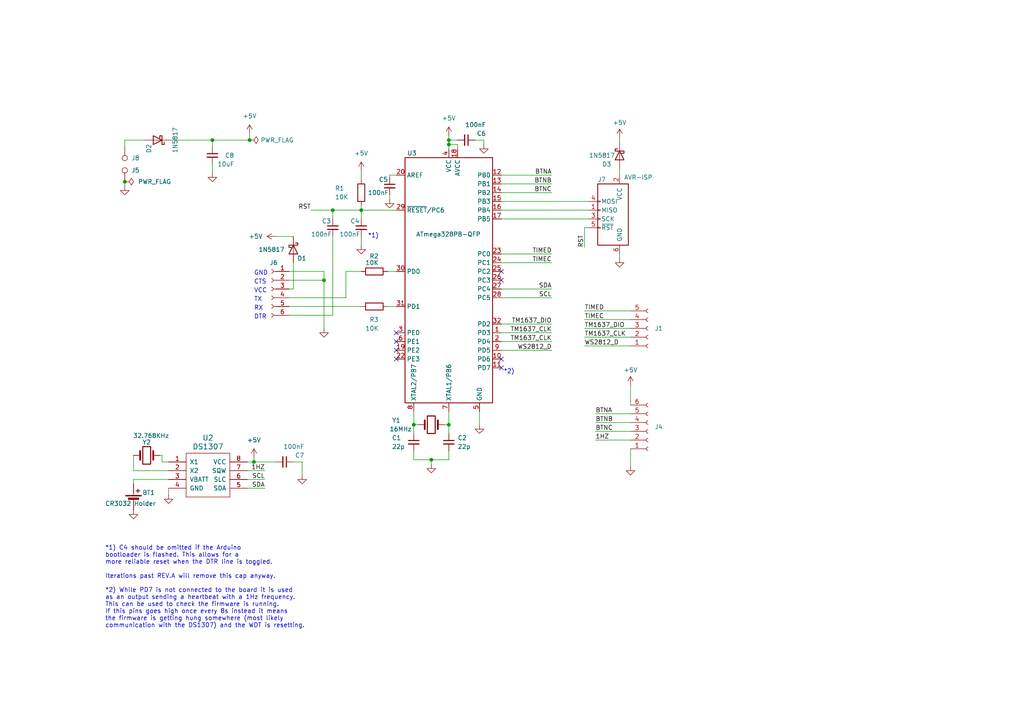
<source format=kicad_sch>
(kicad_sch (version 20230121) (generator eeschema)
  (paper "A4")
  (lib_symbols
    (symbol "ClockIt:1N5817" (pin_numbers hide) (pin_names (offset 1.016) hide)
      (property "Reference" "D" (at 0 2.54 0))
      (property "Value" "1N5817" (at 0 -2.54 0))
      (symbol "1N5817_0_1"
        (polyline (pts (xy 1.27 0) (xy -1.27 0)))
        (polyline (pts (xy 1.27 1.27) (xy 1.27 -1.27) (xy -1.27 0) (xy 1.27 1.27)) (stroke (width 0.254)))
        (polyline (pts (xy -1.905 0.635) (xy -1.905 1.27) (xy -1.27 1.27) (xy -1.27 -1.27) (xy -0.635 -1.27) (xy -0.635 -0.635)) (stroke (width 0.254)))
      )
      (symbol "1N5817_1_1"
        (pin passive line (at -3.81 0 0) (length 2.54) (name "K") (number "1"))
        (pin passive line (at 3.81 0 180) (length 2.54) (name "A") (number "2"))
      )
    )
    (symbol "ClockIt:ATmega328PB-QFP"
      (property "Reference" "U3" (at 2.1941 -38.1 0))
      (property "Value" "ATmega328PB-QFP" (at 2.1941 -40.64 0))
      (symbol "ATmega328PB-QFP_1_1"
        (rectangle (start -12.7 35.56) (end 12.7 -35.56) (stroke (width 0.254)))
        (pin bidirectional line (at 15.24 -15.24 180) (length 2.54) (name "PD3") (number "1"))
        (pin bidirectional line (at 15.24 -22.86 180) (length 2.54) (name "PD6") (number "10"))
        (pin bidirectional line (at 15.24 -25.4 180) (length 2.54) (name "PD7") (number "11"))
        (pin bidirectional line (at 15.24 30.48 180) (length 2.54) (name "PB0") (number "12"))
        (pin bidirectional line (at 15.24 27.94 180) (length 2.54) (name "PB1") (number "13"))
        (pin bidirectional line (at 15.24 25.4 180) (length 2.54) (name "PB2") (number "14"))
        (pin bidirectional line (at 15.24 22.86 180) (length 2.54) (name "PB3") (number "15"))
        (pin bidirectional line (at 15.24 20.32 180) (length 2.54) (name "PB4") (number "16"))
        (pin bidirectional line (at 15.24 17.78 180) (length 2.54) (name "PB5") (number "17"))
        (pin power_in line (at 2.54 38.1 270) (length 2.54) (name "AVCC") (number "18"))
        (pin bidirectional line (at -15.24 -20.32 0) (length 2.54) (name "PE2") (number "19"))
        (pin bidirectional line (at 15.24 -17.78 180) (length 2.54) (name "PD4") (number "2"))
        (pin passive line (at -15.24 30.48 0) (length 2.54) (name "AREF") (number "20"))
        (pin passive line (at 8.89 -38.1 90) (length 2.54) hide (name "GND") (number "21"))
        (pin bidirectional line (at -15.24 -22.86 0) (length 2.54) (name "PE3") (number "22"))
        (pin bidirectional line (at 15.24 7.62 180) (length 2.54) (name "PC0") (number "23"))
        (pin bidirectional line (at 15.24 5.08 180) (length 2.54) (name "PC1") (number "24"))
        (pin bidirectional line (at 15.24 2.54 180) (length 2.54) (name "PC2") (number "25"))
        (pin bidirectional line (at 15.24 0 180) (length 2.54) (name "PC3") (number "26"))
        (pin bidirectional line (at 15.24 -2.54 180) (length 2.54) (name "PC4") (number "27"))
        (pin bidirectional line (at 15.24 -5.08 180) (length 2.54) (name "PC5") (number "28"))
        (pin bidirectional line (at -15.24 20.32 0) (length 2.54) (name "~{RESET}/PC6") (number "29"))
        (pin bidirectional line (at -15.24 -15.24 0) (length 2.54) (name "PE0") (number "3"))
        (pin bidirectional line (at -15.24 2.54 0) (length 2.54) (name "PD0") (number "30"))
        (pin bidirectional line (at -15.24 -7.62 0) (length 2.54) (name "PD1") (number "31"))
        (pin bidirectional line (at 15.24 -12.7 180) (length 2.54) (name "PD2") (number "32"))
        (pin power_in line (at 0 38.1 270) (length 2.54) (name "VCC") (number "4"))
        (pin power_in line (at 8.89 -38.1 90) (length 2.54) (name "GND") (number "5"))
        (pin bidirectional line (at -15.24 -17.78 0) (length 2.54) (name "PE1") (number "6"))
        (pin bidirectional line (at 0 -38.1 90) (length 2.54) (name "XTAL1/PB6") (number "7"))
        (pin bidirectional line (at -10.16 -38.1 90) (length 2.54) (name "XTAL2/PB7") (number "8"))
        (pin bidirectional line (at 15.24 -20.32 180) (length 2.54) (name "PD5") (number "9"))
      )
    )
    (symbol "ClockIt:AVR-ISP-6" (pin_names (offset 1.016))
      (property "Reference" "J2" (at 7.62 11.43 0))
      (symbol "AVR-ISP-6_0_1"
        (rectangle (start 7.62 -2.413) (end 6.858 -2.667))
        (rectangle (start 7.62 0.127) (end 6.858 -0.127))
        (rectangle (start 7.62 2.667) (end 6.858 2.413))
        (rectangle (start 7.62 5.207) (end 6.858 4.953))
      )
      (symbol "AVR-ISP-6_1_1"
        (rectangle (start -1.27 10.16) (end 7.62 -7.62) (stroke (width 0.254)))
        (pin passive line (at 10.16 2.54 180) (length 2.54) (name "MISO") (number "1"))
        (pin passive line (at 1.27 12.7 270) (length 2.54) (name "VCC") (number "2"))
        (pin passive line (at 10.16 0 180) (length 2.54) (name "SCK") (number "3"))
        (pin passive line (at 10.16 5.08 180) (length 2.54) (name "MOSI") (number "4"))
        (pin passive line (at 10.16 -2.54 180) (length 2.54) (name "~{RST}") (number "5"))
        (pin passive line (at 1.27 -10.16 90) (length 2.54) (name "GND") (number "6"))
      )
    )
    (symbol "ClockIt:Battery_Cell" (pin_numbers hide) (pin_names (offset 0) hide)
      (property "Reference" "BT" (at 2.54 2.54 0))
      (property "Value" "Battery_Cell" (at 2.54 0 0))
      (symbol "Battery_Cell_0_1"
        (rectangle (start -2.286 1.778) (end 2.286 1.524) (fill (type outline)))
        (rectangle (start -1.524 1.016) (end 1.524 0.508) (fill (type outline)))
        (polyline (pts (xy 0 0.762) (xy 0 0)))
        (polyline (pts (xy 0 1.778) (xy 0 2.54)))
        (polyline (pts (xy 0.762 3.048) (xy 1.778 3.048)) (stroke (width 0.254)))
        (polyline (pts (xy 1.27 3.556) (xy 1.27 2.54)) (stroke (width 0.254)))
      )
      (symbol "Battery_Cell_1_1"
        (pin passive line (at 0 5.08 270) (length 2.54) (name "+") (number "1"))
        (pin passive line (at 0 -2.54 90) (length 2.54) (name "-") (number "2"))
      )
    )
    (symbol "ClockIt:C_Small" (pin_numbers hide) (pin_names (offset 0.254) hide)
      (property "Reference" "C" (at 0.254 1.778 0))
      (property "Value" "C_Small" (at 0.254 -2.032 0))
      (symbol "C_Small_0_1"
        (polyline (pts (xy -1.524 -0.508) (xy 1.524 -0.508)) (stroke (width 0.3302)))
        (polyline (pts (xy -1.524 0.508) (xy 1.524 0.508)) (stroke (width 0.3048)))
      )
      (symbol "C_Small_1_1"
        (pin passive line (at 0 2.54 270) (length 2.032) (name "~") (number "1"))
        (pin passive line (at 0 -2.54 90) (length 2.032) (name "~") (number "2"))
      )
    )
    (symbol "ClockIt:Conn_01x05_Socket_1" (pin_names (offset 1.016) hide)
      (property "Reference" "J1" (at -0.635 -10.16 0))
      (symbol "Conn_01x05_Socket_1_1_1"
        (arc (start 0 -7.112) (mid -0.5058 -7.62) (end 0 -8.128) (stroke (width 0.1524)))
        (arc (start 0 -4.572) (mid -0.5058 -5.08) (end 0 -5.588) (stroke (width 0.1524)))
        (arc (start 0 -2.032) (mid -0.5058 -2.54) (end 0 -3.048) (stroke (width 0.1524)))
        (polyline (pts (xy -1.27 -7.62) (xy -0.508 -7.62)) (stroke (width 0.1524)))
        (polyline (pts (xy -1.27 -5.08) (xy -0.508 -5.08)) (stroke (width 0.1524)))
        (polyline (pts (xy -1.27 -2.54) (xy -0.508 -2.54)) (stroke (width 0.1524)))
        (polyline (pts (xy -1.27 0) (xy -0.508 0)) (stroke (width 0.1524)))
        (polyline (pts (xy -1.27 2.54) (xy -0.508 2.54)) (stroke (width 0.1524)))
        (arc (start 0 0.508) (mid -0.5058 0) (end 0 -0.508) (stroke (width 0.1524)))
        (arc (start 0 3.048) (mid -0.5058 2.54) (end 0 2.032) (stroke (width 0.1524)))
        (pin passive line (at -5.08 -7.62 0) (length 3.81) (name "Pin_1") (number "1"))
        (pin passive line (at -5.08 -5.08 0) (length 3.81) (name "Pin_2") (number "2"))
        (pin passive line (at -5.08 -2.54 0) (length 3.81) (name "Pin_3") (number "3"))
        (pin passive line (at -5.08 0 0) (length 3.81) (name "Pin_4") (number "4"))
        (pin passive line (at -5.08 2.54 0) (length 3.81) (name "Pin_5") (number "5"))
      )
    )
    (symbol "ClockIt:Conn_01x06_Socket" (pin_names (offset 1.016) hide)
      (property "Reference" "J1" (at -0.635 -10.16 0))
      (symbol "Conn_01x06_Socket_1_1"
        (arc (start 0 -7.112) (mid -0.5058 -7.62) (end 0 -8.128) (stroke (width 0.1524)))
        (arc (start 0 -4.572) (mid -0.5058 -5.08) (end 0 -5.588) (stroke (width 0.1524)))
        (arc (start 0 -2.032) (mid -0.5058 -2.54) (end 0 -3.048) (stroke (width 0.1524)))
        (polyline (pts (xy -1.27 -7.62) (xy -0.508 -7.62)) (stroke (width 0.1524)))
        (polyline (pts (xy -1.27 -5.08) (xy -0.508 -5.08)) (stroke (width 0.1524)))
        (polyline (pts (xy -1.27 -2.54) (xy -0.508 -2.54)) (stroke (width 0.1524)))
        (polyline (pts (xy -1.27 0) (xy -0.508 0)) (stroke (width 0.1524)))
        (polyline (pts (xy -1.27 2.54) (xy -0.508 2.54)) (stroke (width 0.1524)))
        (polyline (pts (xy -1.27 5.08) (xy -0.508 5.08)) (stroke (width 0.1524)))
        (arc (start 0 0.508) (mid -0.5058 0) (end 0 -0.508) (stroke (width 0.1524)))
        (arc (start 0 3.048) (mid -0.5058 2.54) (end 0 2.032) (stroke (width 0.1524)))
        (arc (start 0 5.588) (mid -0.5058 5.08) (end 0 4.572) (stroke (width 0.1524)))
        (pin passive line (at -5.08 -7.62 0) (length 3.81) (name "Pin_1") (number "1"))
        (pin passive line (at -5.08 -5.08 0) (length 3.81) (name "Pin_2") (number "2"))
        (pin passive line (at -5.08 -2.54 0) (length 3.81) (name "Pin_3") (number "3"))
        (pin passive line (at -5.08 0 0) (length 3.81) (name "Pin_4") (number "4"))
        (pin passive line (at -5.08 2.54 0) (length 3.81) (name "Pin_5") (number "5"))
        (pin passive line (at -5.08 5.08 0) (length 3.81) (name "Pin_6") (number "6"))
      )
    )
    (symbol "ClockIt:Crystal" (pin_numbers hide) (pin_names (offset 1.016) hide)
      (property "Reference" "Y" (at 0 3.81 0))
      (property "Value" "Crystal" (at 0 -3.81 0))
      (symbol "Crystal_0_1"
        (rectangle (start -1.143 2.54) (end 1.143 -2.54) (stroke (width 0.3048)))
        (polyline (pts (xy -2.54 0) (xy -1.905 0)))
        (polyline (pts (xy -1.905 -1.27) (xy -1.905 1.27)) (stroke (width 0.508)))
        (polyline (pts (xy 1.905 -1.27) (xy 1.905 1.27)) (stroke (width 0.508)))
        (polyline (pts (xy 2.54 0) (xy 1.905 0)))
      )
      (symbol "Crystal_1_1"
        (pin passive line (at -3.81 0 0) (length 1.27) (name "1") (number "1"))
        (pin passive line (at 3.81 0 180) (length 1.27) (name "2") (number "2"))
      )
    )
    (symbol "ClockIt:DS1307" (pin_names (offset 1.016))
      (property "Reference" "U1" (at 0 10.795 0))
      (property "Value" "DS1307" (at 0 8.255 0))
      (symbol "DS1307_0_1"
        (polyline (pts (xy -6.35 6.35) (xy -6.35 -6.35) (xy 6.35 -6.35) (xy 6.35 6.35) (xy -6.35 6.35)))
      )
      (symbol "DS1307_1_1"
        (pin input line (at -11.43 3.81 0) (length 5.08) (name "X1") (number "1"))
        (pin input line (at -11.43 1.27 0) (length 5.08) (name "X2") (number "2"))
        (pin input line (at -11.43 -1.27 0) (length 5.08) (name "VBATT") (number "3"))
        (pin input line (at -11.43 -3.81 0) (length 5.08) (name "GND") (number "4"))
        (pin input line (at 11.43 -3.81 180) (length 5.08) (name "SDA") (number "5"))
        (pin input line (at 11.43 -1.27 180) (length 5.08) (name "SLC") (number "6"))
        (pin input line (at 11.43 1.27 180) (length 5.08) (name "SQW") (number "7"))
        (pin input line (at 11.43 3.81 180) (length 5.08) (name "VCC") (number "8"))
      )
    )
    (symbol "ClockIt:PowerPad" (pin_numbers hide) (pin_names (offset 0.762) hide)
      (property "Reference" "J" (at 0 6.858 0))
      (property "Value" "PowerPad" (at 0 5.08 0))
      (symbol "PowerPad_0_1"
        (circle (center 0 3.302) (radius 0.762))
      )
      (symbol "PowerPad_1_1"
        (pin passive line (at 0 0 90) (length 2.54) (name "1") (number "1"))
      )
    )
    (symbol "Device:R" (pin_numbers hide) (pin_names (offset 0))
      (property "Reference" "R" (at 2.032 0 90))
      (property "Value" "R" (at 0 0 90))
      (symbol "R_0_1"
        (rectangle (start -1.016 -2.54) (end 1.016 2.54) (stroke (width 0.254)))
      )
      (symbol "R_1_1"
        (pin passive line (at 0 3.81 270) (length 1.27) (name "~") (number "1"))
        (pin passive line (at 0 -3.81 90) (length 1.27) (name "~") (number "2"))
      )
    )
    (symbol "power:+5V" (power) (pin_names (offset 0))
      (property "Value" "+5V" (at 0 3.556 0))
      (symbol "+5V_0_1"
        (polyline (pts (xy -0.762 1.27) (xy 0 2.54)))
        (polyline (pts (xy 0 0) (xy 0 2.54)))
        (polyline (pts (xy 0 2.54) (xy 0.762 1.27)))
      )
      (symbol "+5V_1_1"
        (pin power_in line (at 0 0 90) (length 0) hide (name "+5V") (number "1"))
      )
    )
    (symbol "power:GND" (power) (pin_names (offset 0))
      (property "Value" "GND" (at 0 -3.81 0))
      (symbol "GND_0_1"
        (polyline (pts (xy 0 0) (xy 0 -1.27) (xy 1.27 -1.27) (xy 0 -2.54) (xy -1.27 -1.27) (xy 0 -1.27)))
      )
      (symbol "GND_1_1"
        (pin power_in line (at 0 0 270) (length 0) hide (name "GND") (number "1"))
      )
    )
    (symbol "power:PWR_FLAG" (power) (pin_numbers hide) (pin_names (offset 0) hide)
      (property "Value" "PWR_FLAG" (at 0 3.81 0))
      (symbol "PWR_FLAG_0_0"
        (pin power_out line (at 0 0 90) (length 0) (name "pwr") (number "1"))
      )
      (symbol "PWR_FLAG_0_1"
        (polyline (pts (xy 0 0) (xy 0 1.27) (xy -1.016 1.905) (xy 0 2.54) (xy 1.016 1.905) (xy 0 1.27)))
      )
    )
  )
  (junction (at 96.52 60.96))
  (junction (at 120.015 123.19))
  (junction (at 130.175 40.64))
  (junction (at 61.595 40.64))
  (junction (at 130.175 123.19))
  (junction (at 73.66 133.985))
  (junction (at 36.195 52.705))
  (junction (at 93.98 81.28))
  (junction (at 125.095 133.35))
  (junction (at 72.39 40.64))
  (junction (at 104.775 60.96))
  (junction (at 130.175 41.91))
  (no_connect (at 114.935 104.14))
  (no_connect (at 114.935 96.52))
  (no_connect (at 114.935 99.06))
  (no_connect (at 114.935 101.6))
  (no_connect (at 145.415 106.68))
  (no_connect (at 145.415 78.74))
  (no_connect (at 145.415 104.14))
  (no_connect (at 145.415 81.28))
  (wire (pts (xy 36.195 42.545) (xy 36.195 40.64)))
  (wire (pts (xy 49.53 40.64) (xy 61.595 40.64)))
  (wire (pts (xy 83.82 81.28) (xy 93.98 81.28)))
  (wire (pts (xy 130.175 40.64) (xy 132.715 40.64)))
  (wire (pts (xy 83.82 88.9) (xy 104.775 88.9)))
  (wire (pts (xy 132.715 41.91) (xy 130.175 41.91)))
  (wire (pts (xy 120.015 123.19) (xy 121.285 123.19)))
  (wire (pts (xy 61.595 40.64) (xy 61.595 42.545)))
  (wire (pts (xy 114.935 50.8) (xy 113.03 50.8)))
  (wire (pts (xy 130.175 123.19) (xy 130.175 125.73)))
  (wire (pts (xy 160.02 76.2) (xy 145.415 76.2)))
  (wire (pts (xy 130.175 39.37) (xy 130.175 40.64)))
  (wire (pts (xy 90.17 60.96) (xy 96.52 60.96)))
  (wire (pts (xy 145.415 101.6) (xy 160.02 101.6)))
  (wire (pts (xy 100.33 78.74) (xy 104.775 78.74)))
  (wire (pts (xy 182.88 111.76) (xy 182.88 117.475)))
  (wire (pts (xy 120.015 133.35) (xy 125.095 133.35)))
  (wire (pts (xy 145.415 58.42) (xy 170.815 58.42)))
  (wire (pts (xy 61.595 47.625) (xy 61.595 50.165)))
  (wire (pts (xy 83.82 78.74) (xy 93.98 78.74)))
  (wire (pts (xy 160.02 73.66) (xy 145.415 73.66)))
  (wire (pts (xy 85.09 83.82) (xy 83.82 83.82)))
  (wire (pts (xy 130.175 41.91) (xy 130.175 43.18)))
  (wire (pts (xy 120.015 119.38) (xy 120.015 123.19)))
  (wire (pts (xy 140.335 40.64) (xy 140.335 41.91)))
  (wire (pts (xy 139.065 119.38) (xy 139.065 123.19)))
  (wire (pts (xy 48.895 139.065) (xy 38.735 139.065)))
  (wire (pts (xy 46.355 132.08) (xy 46.99 132.08)))
  (wire (pts (xy 145.415 83.82) (xy 160.02 83.82)))
  (wire (pts (xy 85.09 133.985) (xy 87.63 133.985)))
  (wire (pts (xy 145.415 53.34) (xy 160.02 53.34)))
  (wire (pts (xy 61.595 40.64) (xy 72.39 40.64)))
  (wire (pts (xy 38.735 139.065) (xy 38.735 140.335)))
  (wire (pts (xy 128.905 123.19) (xy 130.175 123.19)))
  (wire (pts (xy 125.095 133.35) (xy 125.095 134.62)))
  (wire (pts (xy 182.88 97.79) (xy 169.545 97.79)))
  (wire (pts (xy 73.66 133.985) (xy 80.01 133.985)))
  (wire (pts (xy 36.195 52.705) (xy 36.195 53.975)))
  (wire (pts (xy 145.415 55.88) (xy 160.02 55.88)))
  (wire (pts (xy 112.395 78.74) (xy 114.935 78.74)))
  (wire (pts (xy 85.09 83.82) (xy 85.09 76.2)))
  (wire (pts (xy 104.775 49.53) (xy 104.775 52.07)))
  (wire (pts (xy 112.395 88.9) (xy 114.935 88.9)))
  (wire (pts (xy 71.755 133.985) (xy 73.66 133.985)))
  (wire (pts (xy 169.545 71.755) (xy 169.545 66.04)))
  (wire (pts (xy 48.895 141.605) (xy 48.895 143.51)))
  (wire (pts (xy 145.415 86.36) (xy 160.02 86.36)))
  (wire (pts (xy 96.52 63.5) (xy 96.52 60.96)))
  (wire (pts (xy 132.715 43.18) (xy 132.715 41.91)))
  (wire (pts (xy 182.88 127.635) (xy 172.72 127.635)))
  (wire (pts (xy 93.98 81.28) (xy 93.98 95.25)))
  (wire (pts (xy 130.175 40.64) (xy 130.175 41.91)))
  (wire (pts (xy 145.415 96.52) (xy 160.02 96.52)))
  (wire (pts (xy 182.88 120.015) (xy 172.72 120.015)))
  (wire (pts (xy 83.82 91.44) (xy 96.52 91.44)))
  (wire (pts (xy 182.88 100.33) (xy 169.545 100.33)))
  (wire (pts (xy 83.82 86.36) (xy 100.33 86.36)))
  (wire (pts (xy 93.98 78.74) (xy 93.98 81.28)))
  (wire (pts (xy 87.63 133.985) (xy 87.63 137.795)))
  (wire (pts (xy 96.52 68.58) (xy 96.52 91.44)))
  (wire (pts (xy 80.01 68.58) (xy 85.09 68.58)))
  (wire (pts (xy 145.415 60.96) (xy 170.815 60.96)))
  (wire (pts (xy 104.775 60.96) (xy 114.935 60.96)))
  (wire (pts (xy 120.015 123.19) (xy 120.015 125.73)))
  (wire (pts (xy 120.015 133.35) (xy 120.015 130.81)))
  (wire (pts (xy 72.39 38.735) (xy 72.39 40.64)))
  (wire (pts (xy 137.795 40.64) (xy 140.335 40.64)))
  (wire (pts (xy 46.99 133.985) (xy 48.895 133.985)))
  (wire (pts (xy 145.415 63.5) (xy 170.815 63.5)))
  (wire (pts (xy 96.52 60.96) (xy 104.775 60.96)))
  (wire (pts (xy 169.545 66.04) (xy 170.815 66.04)))
  (wire (pts (xy 169.545 90.17) (xy 182.88 90.17)))
  (wire (pts (xy 76.835 139.065) (xy 71.755 139.065)))
  (wire (pts (xy 182.88 95.25) (xy 169.545 95.25)))
  (wire (pts (xy 145.415 50.8) (xy 160.02 50.8)))
  (wire (pts (xy 179.705 48.895) (xy 179.705 50.8)))
  (wire (pts (xy 36.195 40.64) (xy 41.91 40.64)))
  (wire (pts (xy 182.88 130.175) (xy 182.88 135.255)))
  (wire (pts (xy 73.66 133.985) (xy 73.66 132.715)))
  (wire (pts (xy 182.88 125.095) (xy 172.72 125.095)))
  (wire (pts (xy 100.33 86.36) (xy 100.33 78.74)))
  (wire (pts (xy 145.415 93.98) (xy 160.02 93.98)))
  (wire (pts (xy 104.775 59.69) (xy 104.775 60.96)))
  (wire (pts (xy 182.88 122.555) (xy 172.72 122.555)))
  (wire (pts (xy 76.835 136.525) (xy 71.755 136.525)))
  (wire (pts (xy 169.545 92.71) (xy 182.88 92.71)))
  (wire (pts (xy 46.99 132.08) (xy 46.99 133.985)))
  (wire (pts (xy 179.705 40.005) (xy 179.705 41.275)))
  (wire (pts (xy 113.03 50.8) (xy 113.03 51.435)))
  (wire (pts (xy 145.415 99.06) (xy 160.02 99.06)))
  (wire (pts (xy 38.735 136.525) (xy 38.735 132.08)))
  (wire (pts (xy 104.775 68.58) (xy 104.775 71.12)))
  (wire (pts (xy 125.095 133.35) (xy 130.175 133.35)))
  (wire (pts (xy 130.175 119.38) (xy 130.175 123.19)))
  (wire (pts (xy 113.03 56.515) (xy 113.03 57.785)))
  (wire (pts (xy 104.775 63.5) (xy 104.775 60.96)))
  (wire (pts (xy 130.175 133.35) (xy 130.175 130.81)))
  (wire (pts (xy 76.835 141.605) (xy 71.755 141.605)))
  (wire (pts (xy 48.895 136.525) (xy 38.735 136.525)))
  (wire (pts (xy 179.705 73.66) (xy 179.705 74.93)))
  (text "*1) C4 should be omitted if the Arduino \nbootloader is flashed. This allows for a\nmore reliable reset when the DTR line is toggled.\n\nIterations past REV.A will remove this cap anyway.\n\n*2) While PD7 is not connected to the board it is used\nas an output sending a heartbeat with a 1Hz frequency.\nThis can be used to check the firmware is running.\nIf this pins goes high once every 8s instead it means\nthe firmware is getting hung somewhere (most likely \ncommunication with the DS1307) and the WDT is resetting." (at 30.48 182.245 0) (effects (font (size 1.27 1.27)) (justify left bottom)))
  (text "*1)" (at 106.68 69.215 0) (effects (font (size 1.27 1.27)) (justify left bottom)))
  (text "RX" (at 73.66 90.17 0) (effects (font (size 1.27 1.27)) (justify left bottom)))
  (text "DTR" (at 73.66 92.71 0) (effects (font (size 1.27 1.27)) (justify left bottom)))
  (text "GND" (at 73.66 80.01 0) (effects (font (size 1.27 1.27)) (justify left bottom)))
  (text "VCC" (at 73.66 85.09 0) (effects (font (size 1.27 1.27)) (justify left bottom)))
  (text "*2)" (at 146.05 108.585 0) (effects (font (size 1.27 1.27)) (justify left bottom)))
  (text "TX" (at 73.66 87.63 0) (effects (font (size 1.27 1.27)) (justify left bottom)))
  (text "CTS" (at 73.66 82.55 0) (effects (font (size 1.27 1.27)) (justify left bottom)))
  (label "TM1637_CLK" (at 160.02 96.52 180))
  (label "TIMED" (at 160.02 73.66 180))
  (label "TIMED" (at 169.545 90.17 0))
  (label "RST" (at 90.17 60.96 180))
  (label "TM1637_DIO" (at 169.545 95.25 0))
  (label "TM1637_CLK" (at 160.02 99.06 180))
  (label "RST" (at 169.545 71.755 90))
  (label "TM1637_CLK" (at 169.545 97.79 0))
  (label "SDA" (at 76.835 141.605 180))
  (label "BTNC" (at 172.72 125.095 0))
  (label "SDA" (at 160.02 83.82 180))
  (label "TIMEC" (at 160.02 76.2 180))
  (label "BTNA" (at 160.02 50.8 180))
  (label "SCL" (at 160.02 86.36 180))
  (label "TIMEC" (at 169.545 92.71 0))
  (label "TM1637_DIO" (at 160.02 93.98 180))
  (label "BTNB" (at 160.02 53.34 180))
  (label "1HZ" (at 76.835 136.525 180))
  (label "1HZ" (at 172.72 127.635 0))
  (label "BTNB" (at 172.72 122.555 0))
  (label "WS2812_D" (at 169.545 100.33 0))
  (label "WS2812_D" (at 160.02 101.6 180))
  (label "SCL" (at 76.835 139.065 180))
  (label "BTNA" (at 172.72 120.015 0))
  (label "BTNC" (at 160.02 55.88 180))
  (symbol (lib_id "power:GND") (at 36.195 53.975 0) (unit 1)
    (property "Reference" "#PWR017" (effects hide))
    (property "Value" "GND" (effects hide))
  )
  (symbol (lib_id "power:+5V") (at 72.39 38.735 0) (unit 1)
    (property "Reference" "#PWR018" (effects hide))
    (property "Value" "+5V" (at 72.39 33.655 0))
  )
  (symbol (lib_id "power:+5V") (at 80.01 68.58 90) (unit 1)
    (property "Reference" "#PWR05" (effects hide))
    (property "Value" "+5V" (at 76.2 68.58 90) (effects (justify left)))
  )
  (symbol (lib_id "power:GND") (at 104.775 71.12 0) (unit 1)
    (property "Reference" "#PWR08" (effects hide))
    (property "Value" "GND" (effects hide))
  )
  (symbol (lib_id "ClockIt:Battery_Cell") (at 38.735 145.415 0) (unit 1)
    (property "Reference" "BT1" (at 41.275 142.875 0) (effects (justify left)))
    (property "Value" "CR3032 Holder" (at 30.48 146.05 0) (effects (justify left)))
    (property "Footprint" "TokeiDigital:CR2032 Holder" (effects hide))
    (property "Buy" "https://www.aliexpress.com/item/1005004660807727.html?spm=a2g0o.productlist.main.3.5246HApeHApeWB&algo_pvid=0ba51ece-a9bb-4de8-be75-c1e5337e6a1c&algo_exp_id=0ba51ece-a9bb-4de8-be75-c1e5337e6a1c-1&pdp_npi=4%40dis%21EUR%211.70%211.7%21%21%211.76%21%21%40211b600216970418084195939eaba4%2112000030016612364%21sea%21PL%212225465097%21&curPageLogUid=ohHIYwya9AUz" (effects hide))
    (property "Price" "0.170" (effects hide))
  )
  (symbol (lib_id "ClockIt:PowerPad") (at 36.195 52.705 0) (unit 1)
    (property "Reference" "J5" (at 38.1 49.403 0) (effects (justify left)))
    (property "Value" "PowerPad" (effects hide))
    (property "Footprint" "TokeiDigital:Power Pin" (effects hide))
  )
  (symbol (lib_id "power:+5V") (at 104.775 49.53 0) (unit 1)
    (property "Reference" "#PWR07" (effects hide))
    (property "Value" "+5V" (at 104.775 44.45 0))
  )
  (symbol (lib_id "power:PWR_FLAG") (at 36.195 52.705 270) (unit 1)
    (property "Reference" "#FLG02" (effects hide))
    (property "Value" "PWR_FLAG" (at 40.005 52.705 90) (effects (justify left)))
  )
  (symbol (lib_id "power:GND") (at 139.065 123.19 0) (unit 1)
    (property "Reference" "#PWR04" (effects hide))
    (property "Value" "GND" (effects hide))
  )
  (symbol (lib_id "power:GND") (at 93.98 95.25 0) (unit 1)
    (property "Reference" "#PWR06" (effects hide))
    (property "Value" "GND" (effects hide))
  )
  (symbol (lib_id "power:GND") (at 87.63 137.795 0) (unit 1)
    (property "Reference" "#PWR019" (effects hide))
    (property "Value" "GND" (effects hide))
  )
  (symbol (lib_id "power:GND") (at 61.595 50.165 0) (unit 1)
    (property "Reference" "#PWR020" (effects hide))
    (property "Value" "GND" (effects hide))
  )
  (symbol (lib_id "power:GND") (at 140.335 41.91 0) (unit 1)
    (property "Reference" "#PWR013" (effects hide))
    (property "Value" "GND" (effects hide))
  )
  (symbol (lib_id "ClockIt:Conn_01x06_Socket") (at 187.96 122.555 0) (unit 1)
    (property "Reference" "J4" (at 189.865 123.825 0) (effects (justify left)))
    (property "Value" "Pin 1x6" (effects hide))
    (property "Footprint" "TokeiDigital:PIN 1x06" (effects hide))
  )
  (symbol (lib_id "power:+5V") (at 130.175 39.37 0) (unit 1)
    (property "Reference" "#PWR012" (effects hide))
    (property "Value" "+5V" (at 130.175 34.29 0))
  )
  (symbol (lib_id "ClockIt:ATmega328PB-QFP") (at 130.175 81.28 0) (unit 1)
    (property "Reference" "U3" (at 118.11 44.45 0) (effects (justify left)))
    (property "Value" "ATmega328PB-QFP" (at 120.65 67.945 0) (effects (justify left)))
    (property "Footprint" "TokeiDigital:TQFP-32" (effects hide))
    (property "Datasheet" "http://ww1.microchip.com/downloads/en/DeviceDoc/40001906C.pdf" (effects hide))
  )
  (symbol (lib_id "power:GND") (at 48.895 143.51 0) (unit 1)
    (property "Reference" "#PWR015" (effects hide))
    (property "Value" "GND" (effects hide))
  )
  (symbol (lib_id "ClockIt:C_Small") (at 104.775 66.04 0) (unit 1)
    (property "Reference" "C4" (at 101.6 64.135 0) (effects (justify left)))
    (property "Value" "100nF" (at 98.425 67.945 0) (effects (justify left)))
    (property "Footprint" "TokeiDigital:C_0805" (effects hide))
    (property "Buy" "https://www.aliexpress.com/item/1005003580268418.html?spm=a2g0o.order_list.order_list_main.126.286e1802OXD0oC" (effects hide))
    (property "Price" "0.017" (effects hide))
  )
  (symbol (lib_id "power:+5V") (at 179.705 40.005 0) (mirror y) (unit 1)
    (property "Reference" "#PWR010" (effects hide))
    (property "Value" "+5V" (at 179.705 35.56 0))
  )
  (symbol (lib_id "power:GND") (at 113.03 57.785 0) (unit 1)
    (property "Reference" "#PWR09" (effects hide))
    (property "Value" "GND" (effects hide))
  )
  (symbol (lib_id "ClockIt:DS1307") (at 60.325 137.795 0) (unit 1)
    (property "Reference" "U2" (at 60.325 127 0) (effects (font (size 1.524 1.524))))
    (property "Value" "DS1307" (at 60.325 129.54 0) (effects (font (size 1.524 1.524))))
    (property "Footprint" "TokeiDigital:SOIC-8" (effects hide))
  )
  (symbol (lib_id "ClockIt:1N5817") (at 85.09 72.39 270) (unit 1)
    (property "Reference" "D1" (at 88.9 74.93 90) (effects (justify right)))
    (property "Value" "1N5817" (at 82.55 72.39 90) (effects (justify right)))
    (property "Footprint" "TokeiDigital:D_2010" (effects hide))
    (property "Datasheet" "http://www.vishay.com/docs/88525/1n5817.pdf" (effects hide))
    (property "Buy" "https://www.aliexpress.com/item/1005001552094086.html?spm=a2g0o.productlist.main.1.2e94WwbYWwbY5g&algo_pvid=c0be6ba8-0814-418b-8f57-5b462f90716d&algo_exp_id=c0be6ba8-0814-418b-8f57-5b462f90716d-0&pdp_npi=4%40dis%21EUR%210.32%210.32%21%21%210.33%21%21%40211b815c16974702438423181e37e4%2112000016564939110%21sea%21PL%212225465097%21&curPageLogUid=UOM2CuyYhq8v" (effects hide))
    (property "Price" "0.015" (effects hide))
  )
  (symbol (lib_id "ClockIt:AVR-ISP-6") (at 180.975 63.5 0) (mirror y) (unit 1)
    (property "Reference" "J7" (at 173.355 52.07 0) (effects (justify right)))
    (property "Value" "AVR-ISP" (at 180.975 51.435 0) (effects (justify right)))
    (property "Footprint" "TokeiDigital:PIN 2x03" (effects hide))
    (property "Datasheet" " ~" (effects hide))
    (property "Buy" "N/A" (effects hide))
    (property "Price" "0.000" (effects hide))
  )
  (symbol (lib_id "ClockIt:C_Small") (at 96.52 66.04 0) (unit 1)
    (property "Reference" "C3" (at 93.345 64.135 0) (effects (justify left)))
    (property "Value" "100nF" (at 90.17 67.945 0) (effects (justify left)))
    (property "Footprint" "TokeiDigital:C_0805" (effects hide))
    (property "Buy" "https://www.aliexpress.com/item/1005003580268418.html?spm=a2g0o.order_list.order_list_main.126.286e1802OXD0oC" (effects hide))
    (property "Price" "0.017" (effects hide))
  )
  (symbol (lib_id "ClockIt:C_Small") (at 113.03 53.975 0) (unit 1)
    (property "Reference" "C5" (at 109.855 52.07 0) (effects (justify left)))
    (property "Value" "100nF" (at 106.68 55.88 0) (effects (justify left)))
    (property "Footprint" "TokeiDigital:C_0805" (effects hide))
    (property "Buy" "https://www.aliexpress.com/item/1005003580268418.html?spm=a2g0o.order_list.order_list_main.126.286e1802OXD0oC" (effects hide))
    (property "Price" "0.017" (effects hide))
  )
  (symbol (lib_id "ClockIt:Crystal") (at 125.095 123.19 0) (unit 1)
    (property "Reference" "Y1" (at 114.935 121.92 0))
    (property "Value" "16MHz" (at 116.205 124.46 0))
    (property "Footprint" "TokeiDigital:Crystal Vertical" (effects hide))
    (property "Buy" "N/A included in U1" (effects hide))
    (property "Price" "0.000" (effects hide))
  )
  (symbol (lib_id "ClockIt:PowerPad") (at 36.195 42.545 180) (unit 1)
    (property "Reference" "J8" (at 38.1 45.847 0) (effects (justify right)))
    (property "Value" "PowerPad" (effects hide))
    (property "Footprint" "TokeiDigital:Power Pin" (effects hide))
  )
  (symbol (lib_id "Device:R") (at 104.775 55.88 0) (unit 1)
    (property "Reference" "R1" (at 97.155 54.61 0) (effects (justify left)))
    (property "Value" "10K" (at 97.155 57.15 0) (effects (justify left)))
    (property "Footprint" "TokeiDigital:R_0805" (effects hide))
    (property "Buy" "https://www.aliexpress.com/item/1005003818444423.html?spm=a2g0o.productlist.main.1.6d56EDHrEDHr2P&algo_pvid=357d64a0-120e-4340-a183-98d2095af111&algo_exp_id=357d64a0-120e-4340-a183-98d2095af111-0&pdp_npi=4%40dis%21EUR%210.55%210.54%21%21%210.57%21%21%40211b600816974714404044325ef6be%2112000027264600100%21sea%21PL%212225465097%21&curPageLogUid=iEFhF20LK1RB" (effects hide))
    (property "Price" "0.005" (effects hide))
  )
  (symbol (lib_id "Device:R") (at 108.585 88.9 90) (unit 1)
    (property "Reference" "R3" (at 109.855 92.71 90) (effects (justify left)))
    (property "Value" "10K" (at 109.855 95.25 90) (effects (justify left)))
    (property "Footprint" "TokeiDigital:R_0805" (effects hide))
    (property "Buy" "https://www.aliexpress.com/item/1005003818444423.html?spm=a2g0o.productlist.main.1.6d56EDHrEDHr2P&algo_pvid=357d64a0-120e-4340-a183-98d2095af111&algo_exp_id=357d64a0-120e-4340-a183-98d2095af111-0&pdp_npi=4%40dis%21EUR%210.55%210.54%21%21%210.57%21%21%40211b600816974714404044325ef6be%2112000027264600100%21sea%21PL%212225465097%21&curPageLogUid=iEFhF20LK1RB" (effects hide))
    (property "Price" "0.005" (effects hide))
  )
  (symbol (lib_id "ClockIt:1N5817") (at 45.72 40.64 180) (unit 1)
    (property "Reference" "D2" (at 43.18 44.45 90) (effects (justify right)))
    (property "Value" "1N5817" (at 50.8 44.45 90) (effects (justify right)))
    (property "Footprint" "TokeiDigital:D_2010" (effects hide))
    (property "Datasheet" "http://www.vishay.com/docs/88525/1n5817.pdf" (effects hide))
    (property "Buy" "https://www.aliexpress.com/item/1005001552094086.html?spm=a2g0o.productlist.main.1.2e94WwbYWwbY5g&algo_pvid=c0be6ba8-0814-418b-8f57-5b462f90716d&algo_exp_id=c0be6ba8-0814-418b-8f57-5b462f90716d-0&pdp_npi=4%40dis%21EUR%210.32%210.32%21%21%210.33%21%21%40211b815c16974702438423181e37e4%2112000016564939110%21sea%21PL%212225465097%21&curPageLogUid=UOM2CuyYhq8v" (effects hide))
    (property "Price" "0.015" (effects hide))
  )
  (symbol (lib_id "ClockIt:Conn_01x05_Socket_1") (at 187.96 92.71 0) (unit 1)
    (property "Reference" "J1" (at 189.865 95.25 0) (effects (justify left)))
    (property "Value" "Pin 1x5" (effects hide))
    (property "Footprint" "TokeiDigital:PIN 1x05" (effects hide))
  )
  (symbol (lib_id "ClockIt:Crystal") (at 42.545 132.08 0) (mirror y) (unit 1)
    (property "Reference" "Y2" (at 42.545 128.27 0))
    (property "Value" "32.768KHz" (at 43.815 126.365 0))
    (property "Footprint" "TokeiDigital:Crystal Horizontal" (effects hide))
    (property "Buy" "https://www.aliexpress.com/item/4000151983035.html?spm=a2g0o.productlist.main.1.3a572efe5nZ5fM&algo_pvid=648e8b1b-2eb2-42ed-b02b-9daf57866274&algo_exp_id=648e8b1b-2eb2-42ed-b02b-9daf57866274-0&pdp_npi=4%40dis%21EUR%211.12%211.12%21%21%211.16%21%21%40211b612816979076879844587e1818%2110000000469217135%21sea%21PL%212225465097%21&curPageLogUid=7T1Sv8MVyce2" (effects hide))
    (property "Price" "0.056" (effects hide))
  )
  (symbol (lib_id "power:+5V") (at 182.88 111.76 0) (unit 1)
    (property "Reference" "#PWR01" (effects hide))
    (property "Value" "+5V" (at 182.88 107.315 0))
  )
  (symbol (lib_id "power:GND") (at 125.095 134.62 0) (unit 1)
    (property "Reference" "#PWR03" (effects hide))
    (property "Value" "GND" (effects hide))
  )
  (symbol (lib_id "power:+5V") (at 73.66 132.715 0) (unit 1)
    (property "Reference" "#PWR016" (effects hide))
    (property "Value" "+5V" (at 73.66 127.635 0))
  )
  (symbol (lib_id "Device:R") (at 108.585 78.74 90) (unit 1)
    (property "Reference" "R2" (at 109.855 74.295 90) (effects (justify left)))
    (property "Value" "10K" (at 109.855 76.2 90) (effects (justify left)))
    (property "Footprint" "TokeiDigital:R_0805" (effects hide))
    (property "Buy" "https://www.aliexpress.com/item/1005003818444423.html?spm=a2g0o.productlist.main.1.6d56EDHrEDHr2P&algo_pvid=357d64a0-120e-4340-a183-98d2095af111&algo_exp_id=357d64a0-120e-4340-a183-98d2095af111-0&pdp_npi=4%40dis%21EUR%210.55%210.54%21%21%210.57%21%21%40211b600816974714404044325ef6be%2112000027264600100%21sea%21PL%212225465097%21&curPageLogUid=iEFhF20LK1RB" (effects hide))
    (property "Price" "0.005" (effects hide))
  )
  (symbol (lib_id "ClockIt:C_Small") (at 82.55 133.985 270) (unit 1)
    (property "Reference" "C7" (at 88.265 132.08 90) (effects (justify right)))
    (property "Value" "100nF" (at 88.265 129.54 90) (effects (justify right)))
    (property "Footprint" "TokeiDigital:C_0805" (effects hide))
    (property "Buy" "https://www.aliexpress.com/item/1005003580268418.html?spm=a2g0o.order_list.order_list_main.126.286e1802OXD0oC" (effects hide))
    (property "Price" "0.017" (effects hide))
  )
  (symbol (lib_id "ClockIt:Conn_01x06_Socket") (at 78.74 86.36 180) (unit 1)
    (property "Reference" "J6" (at 79.375 76.2 0))
    (property "Value" "Pin 1x6" (effects hide))
    (property "Footprint" "TokeiDigital:PIN 1x06" (effects hide))
    (property "Buy" "N/A" (effects hide))
    (property "Price" "0.000" (effects hide))
  )
  (symbol (lib_id "power:PWR_FLAG") (at 72.39 40.64 270) (unit 1)
    (property "Reference" "#FLG01" (effects hide))
    (property "Value" "PWR_FLAG" (at 75.565 40.64 90) (effects (justify left)))
  )
  (symbol (lib_id "ClockIt:C_Small") (at 130.175 128.27 0) (unit 1)
    (property "Reference" "C2" (at 132.715 127.0063 0) (effects (justify left)))
    (property "Value" "22p" (at 132.715 129.5463 0) (effects (justify left)))
    (property "Footprint" "TokeiDigital:C_0805" (effects hide))
    (property "Buy" "N/A Included in U1" (effects hide))
    (property "Price" "0.000" (effects hide))
  )
  (symbol (lib_id "power:GND") (at 38.735 147.955 0) (unit 1)
    (property "Reference" "#PWR014" (effects hide))
    (property "Value" "GND" (effects hide))
  )
  (symbol (lib_id "ClockIt:C_Small") (at 120.015 128.27 0) (unit 1)
    (property "Reference" "C1" (at 113.665 127 0) (effects (justify left)))
    (property "Value" "22p" (at 113.665 129.54 0) (effects (justify left)))
    (property "Footprint" "TokeiDigital:C_0805" (effects hide))
    (property "Buy" "N/A Included in U1" (effects hide))
    (property "Price" "0.000" (effects hide))
  )
  (symbol (lib_id "power:GND") (at 182.88 135.255 0) (unit 1)
    (property "Reference" "#PWR02" (effects hide))
    (property "Value" "GND" (effects hide))
  )
  (symbol (lib_id "ClockIt:1N5817") (at 179.705 45.085 90) (mirror x) (unit 1)
    (property "Reference" "D3" (at 174.625 47.625 90) (effects (justify right)))
    (property "Value" "1N5817" (at 170.815 45.085 90) (effects (justify right)))
    (property "Footprint" "TokeiDigital:D_2010" (effects hide))
    (property "Datasheet" "http://www.vishay.com/docs/88525/1n5817.pdf" (effects hide))
    (property "Buy" "https://www.aliexpress.com/item/1005001552094086.html?spm=a2g0o.productlist.main.1.2e94WwbYWwbY5g&algo_pvid=c0be6ba8-0814-418b-8f57-5b462f90716d&algo_exp_id=c0be6ba8-0814-418b-8f57-5b462f90716d-0&pdp_npi=4%40dis%21EUR%210.32%210.32%21%21%210.33%21%21%40211b815c16974702438423181e37e4%2112000016564939110%21sea%21PL%212225465097%21&curPageLogUid=UOM2CuyYhq8v" (effects hide))
    (property "Price" "0.015" (effects hide))
  )
  (symbol (lib_id "ClockIt:C_Small") (at 61.595 45.085 0) (unit 1)
    (property "Reference" "C8" (at 67.945 45.085 0) (effects (justify right)))
    (property "Value" "10uF" (at 67.945 47.625 0) (effects (justify right)))
    (property "Footprint" "TokeiDigital:C_1206" (effects hide))
    (property "Buy" "https://www.aliexpress.com/item/1005003580268418.html?spm=a2g0o.order_list.order_list_main.126.286e1802OXD0oC" (effects hide))
    (property "Price" "0.017" (effects hide))
  )
  (symbol (lib_id "ClockIt:C_Small") (at 135.255 40.64 270) (unit 1)
    (property "Reference" "C6" (at 140.97 38.735 90) (effects (justify right)))
    (property "Value" "100nF" (at 140.97 36.195 90) (effects (justify right)))
    (property "Footprint" "TokeiDigital:C_0805" (effects hide))
    (property "Buy" "https://www.aliexpress.com/item/1005003580268418.html?spm=a2g0o.order_list.order_list_main.126.286e1802OXD0oC" (effects hide))
    (property "Price" "0.017" (effects hide))
  )
  (symbol (lib_id "power:GND") (at 179.705 74.93 0) (mirror y) (unit 1)
    (property "Reference" "#PWR011" (effects hide))
    (property "Value" "GND" (effects hide))
  )
)
</source>
